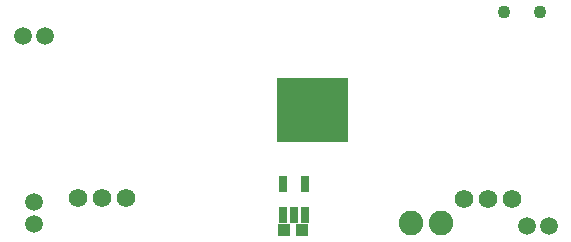
<source format=gbr>
G04 EAGLE Gerber RS-274X export*
G75*
%MOMM*%
%FSLAX34Y34*%
%LPD*%
%INSoldermask Bottom*%
%IPPOS*%
%AMOC8*
5,1,8,0,0,1.08239X$1,22.5*%
G01*
%ADD10C,1.562800*%
%ADD11C,2.082800*%
%ADD12R,0.753200X1.403200*%
%ADD13R,1.003200X1.003200*%
%ADD14R,0.482600X5.537200*%
%ADD15C,1.512800*%
%ADD16C,1.103200*%


D10*
X383700Y11840D03*
X404020Y11840D03*
X424340Y11840D03*
X97500Y12290D03*
X77180Y12290D03*
X56860Y12290D03*
D11*
X338780Y-8340D03*
X364180Y-8340D03*
D12*
X249560Y-1571D03*
X240060Y-1571D03*
X230560Y-1571D03*
X230560Y24431D03*
X249560Y24431D03*
D13*
X246410Y-14760D03*
X231170Y-14760D03*
D14*
X228092Y86680D03*
X233092Y86680D03*
X238092Y86680D03*
X243092Y86680D03*
X248092Y86680D03*
X253092Y86680D03*
X258092Y86680D03*
X263092Y86680D03*
X268092Y86680D03*
X273092Y86680D03*
X278092Y86680D03*
X283092Y86680D03*
D15*
X436880Y-11430D03*
X455930Y-11430D03*
X10160Y149860D03*
X29210Y149860D03*
X20066Y-9652D03*
X20066Y9398D03*
D16*
X418070Y170180D03*
X448070Y170180D03*
M02*

</source>
